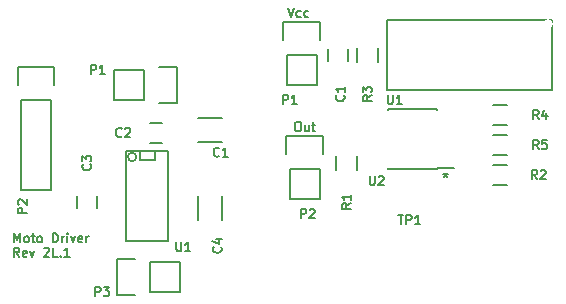
<source format=gto>
G04 #@! TF.FileFunction,Legend,Top*
%FSLAX46Y46*%
G04 Gerber Fmt 4.6, Leading zero omitted, Abs format (unit mm)*
G04 Created by KiCad (PCBNEW 0.201506222247+5806~23~ubuntu14.04.1-product) date Tue 30 Jun 2015 21:50:21 CEST*
%MOMM*%
G01*
G04 APERTURE LIST*
%ADD10C,0.100000*%
%ADD11C,0.127000*%
%ADD12C,0.150000*%
%ADD13C,0.609600*%
%ADD14R,1.250000X1.500000*%
%ADD15R,2.032000X2.032000*%
%ADD16O,2.032000X2.032000*%
%ADD17R,1.300000X1.500000*%
%ADD18R,1.500000X1.300000*%
%ADD19C,2.999740*%
%ADD20C,0.800000*%
%ADD21C,1.400000*%
%ADD22R,1.550000X0.600000*%
%ADD23C,3.000000*%
%ADD24R,1.000000X1.250000*%
%ADD25R,1.000000X1.600000*%
%ADD26R,1.250000X1.000000*%
%ADD27R,1.600000X1.000000*%
%ADD28R,2.032000X1.727200*%
%ADD29O,2.032000X1.727200*%
%ADD30R,1.270000X0.406400*%
G04 APERTURE END LIST*
D10*
D11*
X149714857Y-83656714D02*
X149968857Y-84418714D01*
X150222857Y-83656714D01*
X150803429Y-84382429D02*
X150730858Y-84418714D01*
X150585715Y-84418714D01*
X150513143Y-84382429D01*
X150476858Y-84346143D01*
X150440572Y-84273571D01*
X150440572Y-84055857D01*
X150476858Y-83983286D01*
X150513143Y-83947000D01*
X150585715Y-83910714D01*
X150730858Y-83910714D01*
X150803429Y-83947000D01*
X151456572Y-84382429D02*
X151384001Y-84418714D01*
X151238858Y-84418714D01*
X151166286Y-84382429D01*
X151130001Y-84346143D01*
X151093715Y-84273571D01*
X151093715Y-84055857D01*
X151130001Y-83983286D01*
X151166286Y-83947000D01*
X151238858Y-83910714D01*
X151384001Y-83910714D01*
X151456572Y-83947000D01*
X150494999Y-93308714D02*
X150640142Y-93308714D01*
X150712714Y-93345000D01*
X150785285Y-93417571D01*
X150821571Y-93562714D01*
X150821571Y-93816714D01*
X150785285Y-93961857D01*
X150712714Y-94034429D01*
X150640142Y-94070714D01*
X150494999Y-94070714D01*
X150422428Y-94034429D01*
X150349857Y-93961857D01*
X150313571Y-93816714D01*
X150313571Y-93562714D01*
X150349857Y-93417571D01*
X150422428Y-93345000D01*
X150494999Y-93308714D01*
X151474714Y-93562714D02*
X151474714Y-94070714D01*
X151148143Y-93562714D02*
X151148143Y-93961857D01*
X151184428Y-94034429D01*
X151257000Y-94070714D01*
X151365857Y-94070714D01*
X151438428Y-94034429D01*
X151474714Y-93998143D01*
X151728714Y-93562714D02*
X152019000Y-93562714D01*
X151837572Y-93308714D02*
X151837572Y-93961857D01*
X151873857Y-94034429D01*
X151946429Y-94070714D01*
X152019000Y-94070714D01*
X163067999Y-97626714D02*
X163067999Y-97808143D01*
X163249428Y-97735571D02*
X163067999Y-97808143D01*
X162886571Y-97735571D01*
X163176856Y-97953286D02*
X163067999Y-97808143D01*
X162959142Y-97953286D01*
X126546429Y-103506814D02*
X126546429Y-102744814D01*
X126800429Y-103289100D01*
X127054429Y-102744814D01*
X127054429Y-103506814D01*
X127526143Y-103506814D02*
X127453571Y-103470529D01*
X127417286Y-103434243D01*
X127381000Y-103361671D01*
X127381000Y-103143957D01*
X127417286Y-103071386D01*
X127453571Y-103035100D01*
X127526143Y-102998814D01*
X127635000Y-102998814D01*
X127707571Y-103035100D01*
X127743857Y-103071386D01*
X127780143Y-103143957D01*
X127780143Y-103361671D01*
X127743857Y-103434243D01*
X127707571Y-103470529D01*
X127635000Y-103506814D01*
X127526143Y-103506814D01*
X127997857Y-102998814D02*
X128288143Y-102998814D01*
X128106715Y-102744814D02*
X128106715Y-103397957D01*
X128143000Y-103470529D01*
X128215572Y-103506814D01*
X128288143Y-103506814D01*
X128651001Y-103506814D02*
X128578429Y-103470529D01*
X128542144Y-103434243D01*
X128505858Y-103361671D01*
X128505858Y-103143957D01*
X128542144Y-103071386D01*
X128578429Y-103035100D01*
X128651001Y-102998814D01*
X128759858Y-102998814D01*
X128832429Y-103035100D01*
X128868715Y-103071386D01*
X128905001Y-103143957D01*
X128905001Y-103361671D01*
X128868715Y-103434243D01*
X128832429Y-103470529D01*
X128759858Y-103506814D01*
X128651001Y-103506814D01*
X129812144Y-103506814D02*
X129812144Y-102744814D01*
X129993572Y-102744814D01*
X130102429Y-102781100D01*
X130175001Y-102853671D01*
X130211286Y-102926243D01*
X130247572Y-103071386D01*
X130247572Y-103180243D01*
X130211286Y-103325386D01*
X130175001Y-103397957D01*
X130102429Y-103470529D01*
X129993572Y-103506814D01*
X129812144Y-103506814D01*
X130574144Y-103506814D02*
X130574144Y-102998814D01*
X130574144Y-103143957D02*
X130610429Y-103071386D01*
X130646715Y-103035100D01*
X130719286Y-102998814D01*
X130791858Y-102998814D01*
X131045858Y-103506814D02*
X131045858Y-102998814D01*
X131045858Y-102744814D02*
X131009572Y-102781100D01*
X131045858Y-102817386D01*
X131082143Y-102781100D01*
X131045858Y-102744814D01*
X131045858Y-102817386D01*
X131336143Y-102998814D02*
X131517572Y-103506814D01*
X131699000Y-102998814D01*
X132279571Y-103470529D02*
X132207000Y-103506814D01*
X132061857Y-103506814D01*
X131989286Y-103470529D01*
X131953000Y-103397957D01*
X131953000Y-103107671D01*
X131989286Y-103035100D01*
X132061857Y-102998814D01*
X132207000Y-102998814D01*
X132279571Y-103035100D01*
X132315857Y-103107671D01*
X132315857Y-103180243D01*
X131953000Y-103252814D01*
X132642429Y-103506814D02*
X132642429Y-102998814D01*
X132642429Y-103143957D02*
X132678714Y-103071386D01*
X132715000Y-103035100D01*
X132787571Y-102998814D01*
X132860143Y-102998814D01*
X126981857Y-104700614D02*
X126727857Y-104337757D01*
X126546429Y-104700614D02*
X126546429Y-103938614D01*
X126836714Y-103938614D01*
X126909286Y-103974900D01*
X126945571Y-104011186D01*
X126981857Y-104083757D01*
X126981857Y-104192614D01*
X126945571Y-104265186D01*
X126909286Y-104301471D01*
X126836714Y-104337757D01*
X126546429Y-104337757D01*
X127598714Y-104664329D02*
X127526143Y-104700614D01*
X127381000Y-104700614D01*
X127308429Y-104664329D01*
X127272143Y-104591757D01*
X127272143Y-104301471D01*
X127308429Y-104228900D01*
X127381000Y-104192614D01*
X127526143Y-104192614D01*
X127598714Y-104228900D01*
X127635000Y-104301471D01*
X127635000Y-104374043D01*
X127272143Y-104446614D01*
X127889000Y-104192614D02*
X128070429Y-104700614D01*
X128251857Y-104192614D01*
X129086428Y-104011186D02*
X129122714Y-103974900D01*
X129195285Y-103938614D01*
X129376714Y-103938614D01*
X129449285Y-103974900D01*
X129485571Y-104011186D01*
X129521856Y-104083757D01*
X129521856Y-104156329D01*
X129485571Y-104265186D01*
X129050142Y-104700614D01*
X129521856Y-104700614D01*
X130211285Y-104700614D02*
X129848428Y-104700614D01*
X129848428Y-103938614D01*
X130465285Y-104628043D02*
X130501570Y-104664329D01*
X130465285Y-104700614D01*
X130428999Y-104664329D01*
X130465285Y-104628043D01*
X130465285Y-104700614D01*
X131227284Y-104700614D02*
X130791856Y-104700614D01*
X131009570Y-104700614D02*
X131009570Y-103938614D01*
X130936999Y-104047471D01*
X130864427Y-104120043D01*
X130791856Y-104156329D01*
D12*
X154774000Y-88130000D02*
X154774000Y-87130000D01*
X153074000Y-87130000D02*
X153074000Y-88130000D01*
X152146000Y-87630000D02*
X152146000Y-90170000D01*
X152426000Y-84810000D02*
X152426000Y-86360000D01*
X152146000Y-87630000D02*
X149606000Y-87630000D01*
X149326000Y-86360000D02*
X149326000Y-84810000D01*
X149326000Y-84810000D02*
X152426000Y-84810000D01*
X149606000Y-87630000D02*
X149606000Y-90170000D01*
X149606000Y-90170000D02*
X152146000Y-90170000D01*
X152400000Y-97282000D02*
X152400000Y-99822000D01*
X152680000Y-94462000D02*
X152680000Y-96012000D01*
X152400000Y-97282000D02*
X149860000Y-97282000D01*
X149580000Y-96012000D02*
X149580000Y-94462000D01*
X149580000Y-94462000D02*
X152680000Y-94462000D01*
X149860000Y-97282000D02*
X149860000Y-99822000D01*
X149860000Y-99822000D02*
X152400000Y-99822000D01*
X155561000Y-96174000D02*
X155561000Y-97374000D01*
X153811000Y-97374000D02*
X153811000Y-96174000D01*
X167040000Y-96915000D02*
X168240000Y-96915000D01*
X168240000Y-98665000D02*
X167040000Y-98665000D01*
X157339000Y-87030000D02*
X157339000Y-88230000D01*
X155589000Y-88230000D02*
X155589000Y-87030000D01*
X167040000Y-91835000D02*
X168240000Y-91835000D01*
X168240000Y-93585000D02*
X167040000Y-93585000D01*
X168240000Y-96125000D02*
X167040000Y-96125000D01*
X167040000Y-94375000D02*
X168240000Y-94375000D01*
X172100000Y-90630000D02*
X158100000Y-90630000D01*
X158100000Y-90630000D02*
X158100000Y-84630000D01*
X158100000Y-84630000D02*
X172100000Y-84630000D01*
X172100000Y-84630000D02*
X172100000Y-90630000D01*
X162349000Y-97317000D02*
X162349000Y-97172000D01*
X158199000Y-97317000D02*
X158199000Y-97172000D01*
X158199000Y-92167000D02*
X158199000Y-92312000D01*
X162349000Y-92167000D02*
X162349000Y-92312000D01*
X162349000Y-97317000D02*
X158199000Y-97317000D01*
X162349000Y-92167000D02*
X158199000Y-92167000D01*
X162349000Y-97172000D02*
X163749000Y-97172000D01*
X138057000Y-95084000D02*
X139057000Y-95084000D01*
X139057000Y-93384000D02*
X138057000Y-93384000D01*
X144129000Y-92955000D02*
X142129000Y-92955000D01*
X142129000Y-95005000D02*
X144129000Y-95005000D01*
X133565000Y-100576000D02*
X133565000Y-99576000D01*
X131865000Y-99576000D02*
X131865000Y-100576000D01*
X144154000Y-101584000D02*
X144154000Y-99584000D01*
X142104000Y-99584000D02*
X142104000Y-101584000D01*
X137541000Y-91440000D02*
X135001000Y-91440000D01*
X140361000Y-91720000D02*
X138811000Y-91720000D01*
X137541000Y-91440000D02*
X137541000Y-88900000D01*
X138811000Y-88620000D02*
X140361000Y-88620000D01*
X140361000Y-88620000D02*
X140361000Y-91720000D01*
X137541000Y-88900000D02*
X135001000Y-88900000D01*
X135001000Y-88900000D02*
X135001000Y-91440000D01*
X127127000Y-91440000D02*
X127127000Y-99060000D01*
X129667000Y-91440000D02*
X129667000Y-99060000D01*
X129947000Y-88620000D02*
X129947000Y-90170000D01*
X127127000Y-99060000D02*
X129667000Y-99060000D01*
X129667000Y-91440000D02*
X127127000Y-91440000D01*
X126847000Y-90170000D02*
X126847000Y-88620000D01*
X126847000Y-88620000D02*
X129947000Y-88620000D01*
X138049000Y-105156000D02*
X140589000Y-105156000D01*
X135229000Y-104876000D02*
X136779000Y-104876000D01*
X138049000Y-105156000D02*
X138049000Y-107696000D01*
X136779000Y-107976000D02*
X135229000Y-107976000D01*
X135229000Y-107976000D02*
X135229000Y-104876000D01*
X138049000Y-107696000D02*
X140589000Y-107696000D01*
X140589000Y-107696000D02*
X140589000Y-105156000D01*
X139573000Y-103378000D02*
X139573000Y-95758000D01*
X136017000Y-95758000D02*
X136017000Y-103378000D01*
X139573000Y-103378000D02*
X136017000Y-103378000D01*
X136017000Y-95758000D02*
X139573000Y-95758000D01*
X136884210Y-96266000D02*
G75*
G03X136884210Y-96266000I-359210J0D01*
G01*
X138430000Y-95758000D02*
X138430000Y-96520000D01*
X138430000Y-96520000D02*
X137160000Y-96520000D01*
X137160000Y-96520000D02*
X137160000Y-95758000D01*
D11*
X154450143Y-91059000D02*
X154486429Y-91095286D01*
X154522714Y-91204143D01*
X154522714Y-91276714D01*
X154486429Y-91385571D01*
X154413857Y-91458143D01*
X154341286Y-91494428D01*
X154196143Y-91530714D01*
X154087286Y-91530714D01*
X153942143Y-91494428D01*
X153869571Y-91458143D01*
X153797000Y-91385571D01*
X153760714Y-91276714D01*
X153760714Y-91204143D01*
X153797000Y-91095286D01*
X153833286Y-91059000D01*
X154522714Y-90333286D02*
X154522714Y-90768714D01*
X154522714Y-90551000D02*
X153760714Y-90551000D01*
X153869571Y-90623571D01*
X153942143Y-90696143D01*
X153978429Y-90768714D01*
X149297572Y-91784714D02*
X149297572Y-91022714D01*
X149587857Y-91022714D01*
X149660429Y-91059000D01*
X149696714Y-91095286D01*
X149733000Y-91167857D01*
X149733000Y-91276714D01*
X149696714Y-91349286D01*
X149660429Y-91385571D01*
X149587857Y-91421857D01*
X149297572Y-91421857D01*
X150458714Y-91784714D02*
X150023286Y-91784714D01*
X150241000Y-91784714D02*
X150241000Y-91022714D01*
X150168429Y-91131571D01*
X150095857Y-91204143D01*
X150023286Y-91240429D01*
X150821572Y-101436714D02*
X150821572Y-100674714D01*
X151111857Y-100674714D01*
X151184429Y-100711000D01*
X151220714Y-100747286D01*
X151257000Y-100819857D01*
X151257000Y-100928714D01*
X151220714Y-101001286D01*
X151184429Y-101037571D01*
X151111857Y-101073857D01*
X150821572Y-101073857D01*
X151547286Y-100747286D02*
X151583572Y-100711000D01*
X151656143Y-100674714D01*
X151837572Y-100674714D01*
X151910143Y-100711000D01*
X151946429Y-100747286D01*
X151982714Y-100819857D01*
X151982714Y-100892429D01*
X151946429Y-101001286D01*
X151511000Y-101436714D01*
X151982714Y-101436714D01*
X155030714Y-100203000D02*
X154667857Y-100457000D01*
X155030714Y-100638428D02*
X154268714Y-100638428D01*
X154268714Y-100348143D01*
X154305000Y-100275571D01*
X154341286Y-100239286D01*
X154413857Y-100203000D01*
X154522714Y-100203000D01*
X154595286Y-100239286D01*
X154631571Y-100275571D01*
X154667857Y-100348143D01*
X154667857Y-100638428D01*
X155030714Y-99477286D02*
X155030714Y-99912714D01*
X155030714Y-99695000D02*
X154268714Y-99695000D01*
X154377571Y-99767571D01*
X154450143Y-99840143D01*
X154486429Y-99912714D01*
X170815000Y-98134714D02*
X170561000Y-97771857D01*
X170379572Y-98134714D02*
X170379572Y-97372714D01*
X170669857Y-97372714D01*
X170742429Y-97409000D01*
X170778714Y-97445286D01*
X170815000Y-97517857D01*
X170815000Y-97626714D01*
X170778714Y-97699286D01*
X170742429Y-97735571D01*
X170669857Y-97771857D01*
X170379572Y-97771857D01*
X171105286Y-97445286D02*
X171141572Y-97409000D01*
X171214143Y-97372714D01*
X171395572Y-97372714D01*
X171468143Y-97409000D01*
X171504429Y-97445286D01*
X171540714Y-97517857D01*
X171540714Y-97590429D01*
X171504429Y-97699286D01*
X171069000Y-98134714D01*
X171540714Y-98134714D01*
X156808714Y-91059000D02*
X156445857Y-91313000D01*
X156808714Y-91494428D02*
X156046714Y-91494428D01*
X156046714Y-91204143D01*
X156083000Y-91131571D01*
X156119286Y-91095286D01*
X156191857Y-91059000D01*
X156300714Y-91059000D01*
X156373286Y-91095286D01*
X156409571Y-91131571D01*
X156445857Y-91204143D01*
X156445857Y-91494428D01*
X156046714Y-90805000D02*
X156046714Y-90333286D01*
X156337000Y-90587286D01*
X156337000Y-90478428D01*
X156373286Y-90405857D01*
X156409571Y-90369571D01*
X156482143Y-90333286D01*
X156663571Y-90333286D01*
X156736143Y-90369571D01*
X156772429Y-90405857D01*
X156808714Y-90478428D01*
X156808714Y-90696143D01*
X156772429Y-90768714D01*
X156736143Y-90805000D01*
X170942000Y-93054714D02*
X170688000Y-92691857D01*
X170506572Y-93054714D02*
X170506572Y-92292714D01*
X170796857Y-92292714D01*
X170869429Y-92329000D01*
X170905714Y-92365286D01*
X170942000Y-92437857D01*
X170942000Y-92546714D01*
X170905714Y-92619286D01*
X170869429Y-92655571D01*
X170796857Y-92691857D01*
X170506572Y-92691857D01*
X171595143Y-92546714D02*
X171595143Y-93054714D01*
X171413714Y-92256429D02*
X171232286Y-92800714D01*
X171704000Y-92800714D01*
X170942000Y-95594714D02*
X170688000Y-95231857D01*
X170506572Y-95594714D02*
X170506572Y-94832714D01*
X170796857Y-94832714D01*
X170869429Y-94869000D01*
X170905714Y-94905286D01*
X170942000Y-94977857D01*
X170942000Y-95086714D01*
X170905714Y-95159286D01*
X170869429Y-95195571D01*
X170796857Y-95231857D01*
X170506572Y-95231857D01*
X171631429Y-94832714D02*
X171268572Y-94832714D01*
X171232286Y-95195571D01*
X171268572Y-95159286D01*
X171341143Y-95123000D01*
X171522572Y-95123000D01*
X171595143Y-95159286D01*
X171631429Y-95195571D01*
X171667714Y-95268143D01*
X171667714Y-95449571D01*
X171631429Y-95522143D01*
X171595143Y-95558429D01*
X171522572Y-95594714D01*
X171341143Y-95594714D01*
X171268572Y-95558429D01*
X171232286Y-95522143D01*
X159058429Y-101182714D02*
X159493858Y-101182714D01*
X159276144Y-101944714D02*
X159276144Y-101182714D01*
X159747858Y-101944714D02*
X159747858Y-101182714D01*
X160038143Y-101182714D01*
X160110715Y-101219000D01*
X160147000Y-101255286D01*
X160183286Y-101327857D01*
X160183286Y-101436714D01*
X160147000Y-101509286D01*
X160110715Y-101545571D01*
X160038143Y-101581857D01*
X159747858Y-101581857D01*
X160909000Y-101944714D02*
X160473572Y-101944714D01*
X160691286Y-101944714D02*
X160691286Y-101182714D01*
X160618715Y-101291571D01*
X160546143Y-101364143D01*
X160473572Y-101400429D01*
X158169429Y-91022714D02*
X158169429Y-91639571D01*
X158205714Y-91712143D01*
X158242000Y-91748429D01*
X158314571Y-91784714D01*
X158459714Y-91784714D01*
X158532286Y-91748429D01*
X158568571Y-91712143D01*
X158604857Y-91639571D01*
X158604857Y-91022714D01*
X159366857Y-91784714D02*
X158931429Y-91784714D01*
X159149143Y-91784714D02*
X159149143Y-91022714D01*
X159076572Y-91131571D01*
X159004000Y-91204143D01*
X158931429Y-91240429D01*
X156645429Y-97880714D02*
X156645429Y-98497571D01*
X156681714Y-98570143D01*
X156718000Y-98606429D01*
X156790571Y-98642714D01*
X156935714Y-98642714D01*
X157008286Y-98606429D01*
X157044571Y-98570143D01*
X157080857Y-98497571D01*
X157080857Y-97880714D01*
X157407429Y-97953286D02*
X157443715Y-97917000D01*
X157516286Y-97880714D01*
X157697715Y-97880714D01*
X157770286Y-97917000D01*
X157806572Y-97953286D01*
X157842857Y-98025857D01*
X157842857Y-98098429D01*
X157806572Y-98207286D01*
X157371143Y-98642714D01*
X157842857Y-98642714D01*
X143891000Y-96157143D02*
X143854714Y-96193429D01*
X143745857Y-96229714D01*
X143673286Y-96229714D01*
X143564429Y-96193429D01*
X143491857Y-96120857D01*
X143455572Y-96048286D01*
X143419286Y-95903143D01*
X143419286Y-95794286D01*
X143455572Y-95649143D01*
X143491857Y-95576571D01*
X143564429Y-95504000D01*
X143673286Y-95467714D01*
X143745857Y-95467714D01*
X143854714Y-95504000D01*
X143891000Y-95540286D01*
X144616714Y-96229714D02*
X144181286Y-96229714D01*
X144399000Y-96229714D02*
X144399000Y-95467714D01*
X144326429Y-95576571D01*
X144253857Y-95649143D01*
X144181286Y-95685429D01*
X135636000Y-94506143D02*
X135599714Y-94542429D01*
X135490857Y-94578714D01*
X135418286Y-94578714D01*
X135309429Y-94542429D01*
X135236857Y-94469857D01*
X135200572Y-94397286D01*
X135164286Y-94252143D01*
X135164286Y-94143286D01*
X135200572Y-93998143D01*
X135236857Y-93925571D01*
X135309429Y-93853000D01*
X135418286Y-93816714D01*
X135490857Y-93816714D01*
X135599714Y-93853000D01*
X135636000Y-93889286D01*
X135926286Y-93889286D02*
X135962572Y-93853000D01*
X136035143Y-93816714D01*
X136216572Y-93816714D01*
X136289143Y-93853000D01*
X136325429Y-93889286D01*
X136361714Y-93961857D01*
X136361714Y-94034429D01*
X136325429Y-94143286D01*
X135890000Y-94578714D01*
X136361714Y-94578714D01*
X132987143Y-96901000D02*
X133023429Y-96937286D01*
X133059714Y-97046143D01*
X133059714Y-97118714D01*
X133023429Y-97227571D01*
X132950857Y-97300143D01*
X132878286Y-97336428D01*
X132733143Y-97372714D01*
X132624286Y-97372714D01*
X132479143Y-97336428D01*
X132406571Y-97300143D01*
X132334000Y-97227571D01*
X132297714Y-97118714D01*
X132297714Y-97046143D01*
X132334000Y-96937286D01*
X132370286Y-96901000D01*
X132297714Y-96647000D02*
X132297714Y-96175286D01*
X132588000Y-96429286D01*
X132588000Y-96320428D01*
X132624286Y-96247857D01*
X132660571Y-96211571D01*
X132733143Y-96175286D01*
X132914571Y-96175286D01*
X132987143Y-96211571D01*
X133023429Y-96247857D01*
X133059714Y-96320428D01*
X133059714Y-96538143D01*
X133023429Y-96610714D01*
X132987143Y-96647000D01*
X144036143Y-103886000D02*
X144072429Y-103922286D01*
X144108714Y-104031143D01*
X144108714Y-104103714D01*
X144072429Y-104212571D01*
X143999857Y-104285143D01*
X143927286Y-104321428D01*
X143782143Y-104357714D01*
X143673286Y-104357714D01*
X143528143Y-104321428D01*
X143455571Y-104285143D01*
X143383000Y-104212571D01*
X143346714Y-104103714D01*
X143346714Y-104031143D01*
X143383000Y-103922286D01*
X143419286Y-103886000D01*
X143600714Y-103232857D02*
X144108714Y-103232857D01*
X143310429Y-103414286D02*
X143854714Y-103595714D01*
X143854714Y-103124000D01*
X133041572Y-89244714D02*
X133041572Y-88482714D01*
X133331857Y-88482714D01*
X133404429Y-88519000D01*
X133440714Y-88555286D01*
X133477000Y-88627857D01*
X133477000Y-88736714D01*
X133440714Y-88809286D01*
X133404429Y-88845571D01*
X133331857Y-88881857D01*
X133041572Y-88881857D01*
X134202714Y-89244714D02*
X133767286Y-89244714D01*
X133985000Y-89244714D02*
X133985000Y-88482714D01*
X133912429Y-88591571D01*
X133839857Y-88664143D01*
X133767286Y-88700429D01*
X127598714Y-101019428D02*
X126836714Y-101019428D01*
X126836714Y-100729143D01*
X126873000Y-100656571D01*
X126909286Y-100620286D01*
X126981857Y-100584000D01*
X127090714Y-100584000D01*
X127163286Y-100620286D01*
X127199571Y-100656571D01*
X127235857Y-100729143D01*
X127235857Y-101019428D01*
X126909286Y-100293714D02*
X126873000Y-100257428D01*
X126836714Y-100184857D01*
X126836714Y-100003428D01*
X126873000Y-99930857D01*
X126909286Y-99894571D01*
X126981857Y-99858286D01*
X127054429Y-99858286D01*
X127163286Y-99894571D01*
X127598714Y-100330000D01*
X127598714Y-99858286D01*
X133422572Y-108040714D02*
X133422572Y-107278714D01*
X133712857Y-107278714D01*
X133785429Y-107315000D01*
X133821714Y-107351286D01*
X133858000Y-107423857D01*
X133858000Y-107532714D01*
X133821714Y-107605286D01*
X133785429Y-107641571D01*
X133712857Y-107677857D01*
X133422572Y-107677857D01*
X134112000Y-107278714D02*
X134583714Y-107278714D01*
X134329714Y-107569000D01*
X134438572Y-107569000D01*
X134511143Y-107605286D01*
X134547429Y-107641571D01*
X134583714Y-107714143D01*
X134583714Y-107895571D01*
X134547429Y-107968143D01*
X134511143Y-108004429D01*
X134438572Y-108040714D01*
X134220857Y-108040714D01*
X134148286Y-108004429D01*
X134112000Y-107968143D01*
X140262429Y-103468714D02*
X140262429Y-104085571D01*
X140298714Y-104158143D01*
X140335000Y-104194429D01*
X140407571Y-104230714D01*
X140552714Y-104230714D01*
X140625286Y-104194429D01*
X140661571Y-104158143D01*
X140697857Y-104085571D01*
X140697857Y-103468714D01*
X141459857Y-104230714D02*
X141024429Y-104230714D01*
X141242143Y-104230714D02*
X141242143Y-103468714D01*
X141169572Y-103577571D01*
X141097000Y-103650143D01*
X141024429Y-103686429D01*
%LPC*%
D13*
X146431000Y-102616000D03*
X146177000Y-103632000D03*
X146431000Y-104648000D03*
X148209000Y-103632000D03*
X147955000Y-102616000D03*
X147955000Y-104648000D03*
D14*
X153924000Y-86380000D03*
X153924000Y-88880000D03*
D15*
X150876000Y-86360000D03*
D16*
X150876000Y-88900000D03*
D15*
X151130000Y-96012000D03*
D16*
X151130000Y-98552000D03*
D17*
X154686000Y-98124000D03*
X154686000Y-95424000D03*
D18*
X168990000Y-97790000D03*
X166290000Y-97790000D03*
D17*
X156464000Y-88980000D03*
X156464000Y-86280000D03*
D18*
X168990000Y-92710000D03*
X166290000Y-92710000D03*
X166290000Y-95250000D03*
X168990000Y-95250000D03*
D19*
X162560000Y-100330000D03*
D20*
X171700000Y-85030000D03*
X162500000Y-89980000D03*
D21*
X170100000Y-88900000D03*
X170100000Y-86360000D03*
X160100000Y-88900000D03*
X160100000Y-86360000D03*
D22*
X162974000Y-96647000D03*
X162974000Y-95377000D03*
X162974000Y-94107000D03*
X162974000Y-92837000D03*
X157574000Y-92837000D03*
X157574000Y-94107000D03*
X157574000Y-95377000D03*
X157574000Y-96647000D03*
D23*
X152654000Y-81407000D03*
X168529000Y-104775000D03*
D24*
X139557000Y-94234000D03*
X137557000Y-94234000D03*
D25*
X141629000Y-93980000D03*
X144629000Y-93980000D03*
D26*
X132715000Y-99076000D03*
X132715000Y-101076000D03*
D27*
X143129000Y-99084000D03*
X143129000Y-102084000D03*
D15*
X138811000Y-90170000D03*
D16*
X136271000Y-90170000D03*
D28*
X128397000Y-90170000D03*
D29*
X128397000Y-92710000D03*
X128397000Y-95250000D03*
X128397000Y-97790000D03*
D15*
X136779000Y-106426000D03*
D16*
X139319000Y-106426000D03*
D30*
X135128000Y-96647000D03*
X135128000Y-97282000D03*
X135128000Y-97942400D03*
X135128000Y-98602800D03*
X135128000Y-99237800D03*
X135128000Y-99898200D03*
X135128000Y-100558600D03*
X135128000Y-101193600D03*
X135128000Y-101854000D03*
X135128000Y-102489000D03*
X140462000Y-102489000D03*
X140462000Y-101854000D03*
X140462000Y-101193600D03*
X140462000Y-100558600D03*
X140462000Y-99898200D03*
X140462000Y-99237800D03*
X140462000Y-98602800D03*
X140462000Y-97942400D03*
X140462000Y-97282000D03*
X140462000Y-96647000D03*
D13*
X146431000Y-90170000D03*
X146177000Y-91186000D03*
X146431000Y-92202000D03*
X148209000Y-91186000D03*
X147955000Y-90170000D03*
X147955000Y-92202000D03*
M02*

</source>
